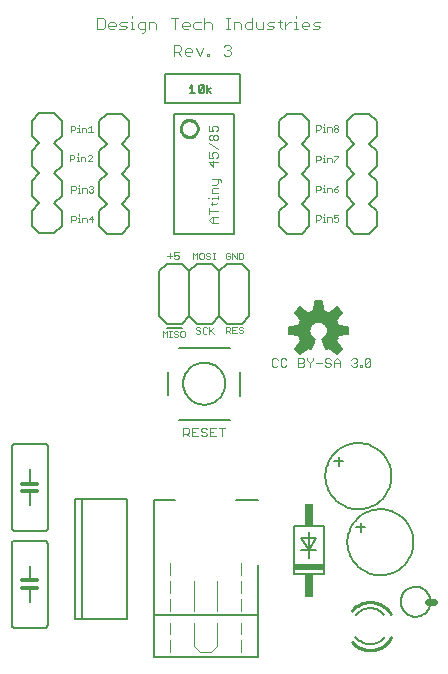
<source format=gto>
G75*
G70*
%OFA0B0*%
%FSLAX24Y24*%
%IPPOS*%
%LPD*%
%AMOC8*
5,1,8,0,0,1.08239X$1,22.5*
%
%ADD10C,0.0030*%
%ADD11C,0.0020*%
%ADD12C,0.0080*%
%ADD13C,0.0100*%
%ADD14C,0.0050*%
%ADD15C,0.0240*%
%ADD16C,0.0060*%
%ADD17R,0.1000X0.0200*%
%ADD18R,0.0300X0.0750*%
%ADD19C,0.0120*%
%ADD20C,0.0040*%
%ADD21C,0.0059*%
D10*
X007466Y007984D02*
X007466Y008274D01*
X007611Y008274D01*
X007660Y008226D01*
X007660Y008129D01*
X007611Y008081D01*
X007466Y008081D01*
X007563Y008081D02*
X007660Y007984D01*
X007761Y007984D02*
X007954Y007984D01*
X008055Y008033D02*
X008104Y007984D01*
X008201Y007984D01*
X008249Y008033D01*
X008249Y008081D01*
X008201Y008129D01*
X008104Y008129D01*
X008055Y008178D01*
X008055Y008226D01*
X008104Y008274D01*
X008201Y008274D01*
X008249Y008226D01*
X008350Y008274D02*
X008350Y007984D01*
X008544Y007984D01*
X008447Y008129D02*
X008350Y008129D01*
X008350Y008274D02*
X008544Y008274D01*
X008645Y008274D02*
X008838Y008274D01*
X008742Y008274D02*
X008742Y007984D01*
X007954Y008274D02*
X007761Y008274D01*
X007761Y007984D01*
X007761Y008129D02*
X007858Y008129D01*
X010413Y010351D02*
X010461Y010302D01*
X010558Y010302D01*
X010607Y010351D01*
X010708Y010351D02*
X010756Y010302D01*
X010853Y010302D01*
X010901Y010351D01*
X010901Y010544D02*
X010853Y010592D01*
X010756Y010592D01*
X010708Y010544D01*
X010708Y010351D01*
X010607Y010544D02*
X010558Y010592D01*
X010461Y010592D01*
X010413Y010544D01*
X010413Y010351D01*
X011297Y010302D02*
X011442Y010302D01*
X011491Y010351D01*
X011491Y010399D01*
X011442Y010447D01*
X011297Y010447D01*
X011297Y010302D02*
X011297Y010592D01*
X011442Y010592D01*
X011491Y010544D01*
X011491Y010496D01*
X011442Y010447D01*
X011592Y010544D02*
X011592Y010592D01*
X011592Y010544D02*
X011688Y010447D01*
X011688Y010302D01*
X011688Y010447D02*
X011785Y010544D01*
X011785Y010592D01*
X011886Y010447D02*
X012080Y010447D01*
X012181Y010496D02*
X012229Y010447D01*
X012326Y010447D01*
X012374Y010399D01*
X012374Y010351D01*
X012326Y010302D01*
X012229Y010302D01*
X012181Y010351D01*
X012181Y010496D02*
X012181Y010544D01*
X012229Y010592D01*
X012326Y010592D01*
X012374Y010544D01*
X012476Y010496D02*
X012572Y010592D01*
X012669Y010496D01*
X012669Y010302D01*
X012669Y010447D02*
X012476Y010447D01*
X012476Y010496D02*
X012476Y010302D01*
X013065Y010351D02*
X013113Y010302D01*
X013210Y010302D01*
X013258Y010351D01*
X013258Y010399D01*
X013210Y010447D01*
X013162Y010447D01*
X013210Y010447D02*
X013258Y010496D01*
X013258Y010544D01*
X013210Y010592D01*
X013113Y010592D01*
X013065Y010544D01*
X013360Y010351D02*
X013360Y010302D01*
X013408Y010302D01*
X013408Y010351D01*
X013360Y010351D01*
X013507Y010351D02*
X013555Y010302D01*
X013652Y010302D01*
X013700Y010351D01*
X013700Y010544D01*
X013507Y010351D01*
X013507Y010544D01*
X013555Y010592D01*
X013652Y010592D01*
X013700Y010544D01*
X008707Y016477D02*
X008707Y016525D01*
X008659Y016574D01*
X008417Y016574D01*
X008611Y016574D02*
X008611Y016429D01*
X008562Y016380D01*
X008417Y016380D01*
X008465Y016279D02*
X008611Y016279D01*
X008465Y016279D02*
X008417Y016231D01*
X008417Y016086D01*
X008611Y016086D01*
X008611Y015986D02*
X008611Y015889D01*
X008611Y015938D02*
X008417Y015938D01*
X008417Y015889D01*
X008417Y015789D02*
X008417Y015693D01*
X008369Y015741D02*
X008562Y015741D01*
X008611Y015789D01*
X008611Y015495D02*
X008320Y015495D01*
X008320Y015398D02*
X008320Y015592D01*
X008417Y015297D02*
X008611Y015297D01*
X008465Y015297D02*
X008465Y015103D01*
X008417Y015103D02*
X008320Y015200D01*
X008417Y015297D01*
X008417Y015103D02*
X008611Y015103D01*
X008320Y015938D02*
X008272Y015938D01*
X008465Y016970D02*
X008465Y017163D01*
X008465Y017264D02*
X008417Y017361D01*
X008417Y017409D01*
X008465Y017458D01*
X008562Y017458D01*
X008611Y017409D01*
X008611Y017313D01*
X008562Y017264D01*
X008465Y017264D02*
X008320Y017264D01*
X008320Y017458D01*
X008320Y017752D02*
X008611Y017559D01*
X008611Y017115D02*
X008320Y017115D01*
X008465Y016970D01*
X008417Y017854D02*
X008369Y017854D01*
X008320Y017902D01*
X008320Y017999D01*
X008369Y018047D01*
X008417Y018047D01*
X008465Y017999D01*
X008465Y017902D01*
X008417Y017854D01*
X008465Y017902D02*
X008514Y017854D01*
X008562Y017854D01*
X008611Y017902D01*
X008611Y017999D01*
X008562Y018047D01*
X008514Y018047D01*
X008465Y017999D01*
X008465Y018148D02*
X008417Y018245D01*
X008417Y018293D01*
X008465Y018342D01*
X008562Y018342D01*
X008611Y018293D01*
X008611Y018197D01*
X008562Y018148D01*
X008465Y018148D02*
X008320Y018148D01*
X008320Y018342D01*
X008315Y020671D02*
X008253Y020671D01*
X008253Y020733D01*
X008315Y020733D01*
X008315Y020671D01*
X008008Y020671D02*
X008131Y020918D01*
X007885Y020918D02*
X008008Y020671D01*
X007763Y020794D02*
X007516Y020794D01*
X007516Y020733D02*
X007516Y020856D01*
X007578Y020918D01*
X007701Y020918D01*
X007763Y020856D01*
X007763Y020794D01*
X007701Y020671D02*
X007578Y020671D01*
X007516Y020733D01*
X007395Y020671D02*
X007271Y020794D01*
X007333Y020794D02*
X007148Y020794D01*
X007148Y020671D02*
X007148Y021041D01*
X007333Y021041D01*
X007395Y020980D01*
X007395Y020856D01*
X007333Y020794D01*
X007483Y021558D02*
X007421Y021620D01*
X007421Y021743D01*
X007483Y021805D01*
X007606Y021805D01*
X007668Y021743D01*
X007668Y021681D01*
X007421Y021681D01*
X007483Y021558D02*
X007606Y021558D01*
X007789Y021620D02*
X007789Y021743D01*
X007851Y021805D01*
X008036Y021805D01*
X008158Y021743D02*
X008219Y021805D01*
X008343Y021805D01*
X008405Y021743D01*
X008405Y021558D01*
X008158Y021558D02*
X008158Y021928D01*
X008036Y021558D02*
X007851Y021558D01*
X007789Y021620D01*
X007300Y021928D02*
X007053Y021928D01*
X007176Y021928D02*
X007176Y021558D01*
X006563Y021558D02*
X006563Y021743D01*
X006501Y021805D01*
X006316Y021805D01*
X006316Y021558D01*
X006195Y021558D02*
X006009Y021558D01*
X005948Y021620D01*
X005948Y021743D01*
X006009Y021805D01*
X006195Y021805D01*
X006195Y021496D01*
X006133Y021434D01*
X006071Y021434D01*
X005826Y021558D02*
X005702Y021558D01*
X005764Y021558D02*
X005764Y021805D01*
X005702Y021805D01*
X005581Y021805D02*
X005396Y021805D01*
X005334Y021743D01*
X005396Y021681D01*
X005519Y021681D01*
X005581Y021620D01*
X005519Y021558D01*
X005334Y021558D01*
X005212Y021681D02*
X004966Y021681D01*
X004966Y021620D02*
X004966Y021743D01*
X005027Y021805D01*
X005151Y021805D01*
X005212Y021743D01*
X005212Y021681D01*
X005151Y021558D02*
X005027Y021558D01*
X004966Y021620D01*
X004844Y021620D02*
X004844Y021866D01*
X004782Y021928D01*
X004597Y021928D01*
X004597Y021558D01*
X004782Y021558D01*
X004844Y021620D01*
X005764Y021928D02*
X005764Y021990D01*
X008805Y020980D02*
X008867Y021041D01*
X008990Y021041D01*
X009052Y020980D01*
X009052Y020918D01*
X008990Y020856D01*
X009052Y020794D01*
X009052Y020733D01*
X008990Y020671D01*
X008867Y020671D01*
X008805Y020733D01*
X008929Y020856D02*
X008990Y020856D01*
X009018Y021558D02*
X008894Y021558D01*
X008956Y021558D02*
X008956Y021928D01*
X008894Y021928D02*
X009018Y021928D01*
X009140Y021805D02*
X009325Y021805D01*
X009387Y021743D01*
X009387Y021558D01*
X009508Y021620D02*
X009508Y021743D01*
X009570Y021805D01*
X009755Y021805D01*
X009876Y021805D02*
X009876Y021620D01*
X009938Y021558D01*
X010123Y021558D01*
X010123Y021805D01*
X010245Y021743D02*
X010306Y021805D01*
X010492Y021805D01*
X010613Y021805D02*
X010737Y021805D01*
X010675Y021866D02*
X010675Y021620D01*
X010737Y021558D01*
X010859Y021558D02*
X010859Y021805D01*
X010982Y021805D02*
X010859Y021681D01*
X010982Y021805D02*
X011044Y021805D01*
X011166Y021805D02*
X011227Y021805D01*
X011227Y021558D01*
X011166Y021558D02*
X011289Y021558D01*
X011411Y021620D02*
X011411Y021743D01*
X011473Y021805D01*
X011596Y021805D01*
X011658Y021743D01*
X011658Y021681D01*
X011411Y021681D01*
X011411Y021620D02*
X011473Y021558D01*
X011596Y021558D01*
X011779Y021558D02*
X011965Y021558D01*
X012026Y021620D01*
X011965Y021681D01*
X011841Y021681D01*
X011779Y021743D01*
X011841Y021805D01*
X012026Y021805D01*
X011227Y021928D02*
X011227Y021990D01*
X010492Y021620D02*
X010430Y021681D01*
X010306Y021681D01*
X010245Y021743D01*
X010245Y021558D02*
X010430Y021558D01*
X010492Y021620D01*
X009755Y021558D02*
X009570Y021558D01*
X009508Y021620D01*
X009755Y021558D02*
X009755Y021928D01*
X009140Y021805D02*
X009140Y021558D01*
D11*
X011889Y018360D02*
X011889Y018139D01*
X011889Y018213D02*
X011999Y018213D01*
X012036Y018249D01*
X012036Y018323D01*
X011999Y018360D01*
X011889Y018360D01*
X012110Y018286D02*
X012147Y018286D01*
X012147Y018139D01*
X012110Y018139D02*
X012184Y018139D01*
X012258Y018139D02*
X012258Y018286D01*
X012368Y018286D01*
X012404Y018249D01*
X012404Y018139D01*
X012479Y018176D02*
X012479Y018213D01*
X012515Y018249D01*
X012589Y018249D01*
X012625Y018213D01*
X012625Y018176D01*
X012589Y018139D01*
X012515Y018139D01*
X012479Y018176D01*
X012515Y018249D02*
X012479Y018286D01*
X012479Y018323D01*
X012515Y018360D01*
X012589Y018360D01*
X012625Y018323D01*
X012625Y018286D01*
X012589Y018249D01*
X012147Y018360D02*
X012147Y018396D01*
X012147Y017381D02*
X012147Y017344D01*
X012147Y017271D02*
X012147Y017124D01*
X012110Y017124D02*
X012184Y017124D01*
X012258Y017124D02*
X012258Y017271D01*
X012368Y017271D01*
X012404Y017234D01*
X012404Y017124D01*
X012479Y017124D02*
X012479Y017161D01*
X012625Y017308D01*
X012625Y017344D01*
X012479Y017344D01*
X012147Y017271D02*
X012110Y017271D01*
X012036Y017308D02*
X012036Y017234D01*
X011999Y017197D01*
X011889Y017197D01*
X011889Y017124D02*
X011889Y017344D01*
X011999Y017344D01*
X012036Y017308D01*
X012147Y016381D02*
X012147Y016345D01*
X012147Y016271D02*
X012147Y016124D01*
X012110Y016124D02*
X012184Y016124D01*
X012258Y016124D02*
X012258Y016271D01*
X012368Y016271D01*
X012404Y016235D01*
X012404Y016124D01*
X012479Y016161D02*
X012515Y016124D01*
X012589Y016124D01*
X012625Y016161D01*
X012625Y016198D01*
X012589Y016235D01*
X012479Y016235D01*
X012479Y016161D01*
X012479Y016235D02*
X012552Y016308D01*
X012625Y016345D01*
X012147Y016271D02*
X012110Y016271D01*
X012036Y016235D02*
X011999Y016198D01*
X011889Y016198D01*
X011889Y016124D02*
X011889Y016345D01*
X011999Y016345D01*
X012036Y016308D01*
X012036Y016235D01*
X012147Y015397D02*
X012147Y015361D01*
X012147Y015287D02*
X012147Y015140D01*
X012110Y015140D02*
X012184Y015140D01*
X012258Y015140D02*
X012258Y015287D01*
X012368Y015287D01*
X012404Y015250D01*
X012404Y015140D01*
X012479Y015177D02*
X012515Y015140D01*
X012589Y015140D01*
X012625Y015177D01*
X012625Y015250D01*
X012589Y015287D01*
X012552Y015287D01*
X012479Y015250D01*
X012479Y015361D01*
X012625Y015361D01*
X012147Y015287D02*
X012110Y015287D01*
X012036Y015250D02*
X011999Y015214D01*
X011889Y015214D01*
X011889Y015140D02*
X011889Y015361D01*
X011999Y015361D01*
X012036Y015324D01*
X012036Y015250D01*
X009464Y014075D02*
X009464Y013929D01*
X009428Y013892D01*
X009318Y013892D01*
X009318Y014112D01*
X009428Y014112D01*
X009464Y014075D01*
X009243Y014112D02*
X009243Y013892D01*
X009097Y014112D01*
X009097Y013892D01*
X009022Y013929D02*
X009022Y014002D01*
X008949Y014002D01*
X008876Y014075D02*
X008876Y013929D01*
X008912Y013892D01*
X008986Y013892D01*
X009022Y013929D01*
X009022Y014075D02*
X008986Y014112D01*
X008912Y014112D01*
X008876Y014075D01*
X008513Y014105D02*
X008440Y014105D01*
X008477Y014105D02*
X008477Y013884D01*
X008513Y013884D02*
X008440Y013884D01*
X008366Y013921D02*
X008329Y013884D01*
X008256Y013884D01*
X008219Y013921D01*
X008145Y013921D02*
X008145Y014068D01*
X008108Y014105D01*
X008035Y014105D01*
X007998Y014068D01*
X007998Y013921D01*
X008035Y013884D01*
X008108Y013884D01*
X008145Y013921D01*
X008219Y014031D02*
X008256Y013995D01*
X008329Y013995D01*
X008366Y013958D01*
X008366Y013921D01*
X008366Y014068D02*
X008329Y014105D01*
X008256Y014105D01*
X008219Y014068D01*
X008219Y014031D01*
X007924Y014105D02*
X007924Y013884D01*
X007777Y013884D02*
X007777Y014105D01*
X007850Y014031D01*
X007924Y014105D01*
X007302Y014120D02*
X007155Y014120D01*
X007155Y014010D01*
X007228Y014046D01*
X007265Y014046D01*
X007302Y014010D01*
X007302Y013936D01*
X007265Y013899D01*
X007192Y013899D01*
X007155Y013936D01*
X007081Y014010D02*
X006934Y014010D01*
X007007Y014083D02*
X007007Y013936D01*
X007919Y011628D02*
X007882Y011591D01*
X007882Y011554D01*
X007919Y011518D01*
X007992Y011518D01*
X008029Y011481D01*
X008029Y011444D01*
X007992Y011408D01*
X007919Y011408D01*
X007882Y011444D01*
X007919Y011628D02*
X007992Y011628D01*
X008029Y011591D01*
X008103Y011591D02*
X008103Y011444D01*
X008140Y011408D01*
X008213Y011408D01*
X008250Y011444D01*
X008324Y011408D02*
X008324Y011628D01*
X008250Y011591D02*
X008213Y011628D01*
X008140Y011628D01*
X008103Y011591D01*
X008324Y011481D02*
X008471Y011628D01*
X008361Y011518D02*
X008471Y011408D01*
X008876Y011415D02*
X008876Y011635D01*
X008986Y011635D01*
X009022Y011599D01*
X009022Y011525D01*
X008986Y011488D01*
X008876Y011488D01*
X008949Y011488D02*
X009022Y011415D01*
X009097Y011415D02*
X009243Y011415D01*
X009318Y011452D02*
X009354Y011415D01*
X009428Y011415D01*
X009464Y011452D01*
X009464Y011488D01*
X009428Y011525D01*
X009354Y011525D01*
X009318Y011562D01*
X009318Y011599D01*
X009354Y011635D01*
X009428Y011635D01*
X009464Y011599D01*
X009243Y011635D02*
X009097Y011635D01*
X009097Y011415D01*
X009097Y011525D02*
X009170Y011525D01*
X007512Y011471D02*
X007475Y011507D01*
X007402Y011507D01*
X007365Y011471D01*
X007365Y011324D01*
X007402Y011287D01*
X007475Y011287D01*
X007512Y011324D01*
X007512Y011471D01*
X007291Y011471D02*
X007254Y011507D01*
X007181Y011507D01*
X007144Y011471D01*
X007144Y011434D01*
X007181Y011397D01*
X007254Y011397D01*
X007291Y011360D01*
X007291Y011324D01*
X007254Y011287D01*
X007181Y011287D01*
X007144Y011324D01*
X007070Y011287D02*
X006997Y011287D01*
X007034Y011287D02*
X007034Y011507D01*
X007070Y011507D02*
X006997Y011507D01*
X006923Y011507D02*
X006923Y011287D01*
X006776Y011287D02*
X006776Y011507D01*
X006849Y011434D01*
X006923Y011507D01*
X004427Y015125D02*
X004427Y015345D01*
X004317Y015235D01*
X004464Y015235D01*
X004243Y015235D02*
X004243Y015125D01*
X004243Y015235D02*
X004206Y015272D01*
X004096Y015272D01*
X004096Y015125D01*
X004022Y015125D02*
X003949Y015125D01*
X003985Y015125D02*
X003985Y015272D01*
X003949Y015272D01*
X003985Y015345D02*
X003985Y015382D01*
X003874Y015308D02*
X003874Y015235D01*
X003838Y015198D01*
X003728Y015198D01*
X003728Y015125D02*
X003728Y015345D01*
X003838Y015345D01*
X003874Y015308D01*
X003951Y016111D02*
X004024Y016111D01*
X003987Y016111D02*
X003987Y016258D01*
X003951Y016258D01*
X003987Y016332D02*
X003987Y016368D01*
X003876Y016295D02*
X003876Y016222D01*
X003840Y016185D01*
X003730Y016185D01*
X003730Y016111D02*
X003730Y016332D01*
X003840Y016332D01*
X003876Y016295D01*
X004098Y016258D02*
X004098Y016111D01*
X004245Y016111D02*
X004245Y016222D01*
X004208Y016258D01*
X004098Y016258D01*
X004319Y016295D02*
X004356Y016332D01*
X004429Y016332D01*
X004466Y016295D01*
X004466Y016258D01*
X004429Y016222D01*
X004466Y016185D01*
X004466Y016148D01*
X004429Y016111D01*
X004356Y016111D01*
X004319Y016148D01*
X004392Y016222D02*
X004429Y016222D01*
X004421Y017158D02*
X004275Y017158D01*
X004421Y017305D01*
X004421Y017341D01*
X004385Y017378D01*
X004311Y017378D01*
X004275Y017341D01*
X004200Y017268D02*
X004200Y017158D01*
X004200Y017268D02*
X004164Y017305D01*
X004054Y017305D01*
X004054Y017158D01*
X003980Y017158D02*
X003906Y017158D01*
X003943Y017158D02*
X003943Y017305D01*
X003906Y017305D01*
X003943Y017378D02*
X003943Y017415D01*
X003832Y017341D02*
X003832Y017268D01*
X003795Y017231D01*
X003685Y017231D01*
X003685Y017158D02*
X003685Y017378D01*
X003795Y017378D01*
X003832Y017341D01*
X003933Y018124D02*
X004006Y018124D01*
X003970Y018124D02*
X003970Y018271D01*
X003933Y018271D01*
X003970Y018344D02*
X003970Y018381D01*
X003859Y018307D02*
X003859Y018234D01*
X003822Y018197D01*
X003712Y018197D01*
X003712Y018124D02*
X003712Y018344D01*
X003822Y018344D01*
X003859Y018307D01*
X004080Y018271D02*
X004190Y018271D01*
X004227Y018234D01*
X004227Y018124D01*
X004301Y018124D02*
X004448Y018124D01*
X004375Y018124D02*
X004375Y018344D01*
X004301Y018271D01*
X004080Y018271D02*
X004080Y018124D01*
D12*
X004657Y017995D02*
X004657Y018495D01*
X004907Y018745D01*
X005407Y018745D01*
X005657Y018495D01*
X005657Y017995D01*
X005407Y017745D01*
X005657Y017495D01*
X005657Y016995D01*
X005407Y016745D01*
X005657Y016495D01*
X005657Y015995D01*
X005407Y015745D01*
X005657Y015495D01*
X005657Y014995D01*
X005407Y014745D01*
X004907Y014745D01*
X004657Y014995D01*
X004657Y015495D01*
X004907Y015745D01*
X004657Y015995D01*
X004657Y016495D01*
X004907Y016745D01*
X004657Y016995D01*
X004657Y017495D01*
X004907Y017745D01*
X004657Y017995D01*
X003414Y018002D02*
X003164Y017752D01*
X003414Y017502D01*
X003414Y017002D01*
X003164Y016752D01*
X003414Y016502D01*
X003414Y016002D01*
X003164Y015752D01*
X003414Y015502D01*
X003414Y015002D01*
X003164Y014752D01*
X002664Y014752D01*
X002414Y015002D01*
X002414Y015502D01*
X002664Y015752D01*
X002414Y016002D01*
X002414Y016502D01*
X002664Y016752D01*
X002414Y017002D01*
X002414Y017502D01*
X002664Y017752D01*
X002414Y018002D01*
X002414Y018502D01*
X002664Y018752D01*
X003164Y018752D01*
X003414Y018502D01*
X003414Y018002D01*
X006907Y013745D02*
X006657Y013495D01*
X006657Y011995D01*
X006907Y011745D01*
X007407Y011745D01*
X007657Y011995D01*
X007657Y013495D01*
X007907Y013745D01*
X008407Y013745D01*
X008657Y013495D01*
X008657Y011995D01*
X008907Y011745D01*
X009407Y011745D01*
X009657Y011995D01*
X009657Y013495D01*
X009407Y013745D01*
X008907Y013745D01*
X008657Y013495D01*
X009157Y014745D02*
X007157Y014745D01*
X007157Y018745D01*
X007557Y018745D01*
X007757Y018745D01*
X007557Y018745D02*
X009157Y018745D01*
X009157Y014745D01*
X007657Y013495D02*
X007407Y013745D01*
X006907Y013745D01*
X007657Y011995D02*
X007907Y011745D01*
X008407Y011745D01*
X008657Y011995D01*
X009007Y010945D02*
X007307Y010945D01*
X007407Y011613D02*
X006907Y011613D01*
X006957Y010145D02*
X006957Y009352D01*
X007307Y008545D02*
X009007Y008545D01*
X009357Y009340D02*
X009357Y010145D01*
X007457Y009745D02*
X007459Y009797D01*
X007465Y009849D01*
X007475Y009901D01*
X007488Y009951D01*
X007505Y010001D01*
X007526Y010049D01*
X007551Y010095D01*
X007579Y010139D01*
X007610Y010181D01*
X007644Y010221D01*
X007681Y010258D01*
X007721Y010292D01*
X007763Y010323D01*
X007807Y010351D01*
X007853Y010376D01*
X007901Y010397D01*
X007951Y010414D01*
X008001Y010427D01*
X008053Y010437D01*
X008105Y010443D01*
X008157Y010445D01*
X008209Y010443D01*
X008261Y010437D01*
X008313Y010427D01*
X008363Y010414D01*
X008413Y010397D01*
X008461Y010376D01*
X008507Y010351D01*
X008551Y010323D01*
X008593Y010292D01*
X008633Y010258D01*
X008670Y010221D01*
X008704Y010181D01*
X008735Y010139D01*
X008763Y010095D01*
X008788Y010049D01*
X008809Y010001D01*
X008826Y009951D01*
X008839Y009901D01*
X008849Y009849D01*
X008855Y009797D01*
X008857Y009745D01*
X008855Y009693D01*
X008849Y009641D01*
X008839Y009589D01*
X008826Y009539D01*
X008809Y009489D01*
X008788Y009441D01*
X008763Y009395D01*
X008735Y009351D01*
X008704Y009309D01*
X008670Y009269D01*
X008633Y009232D01*
X008593Y009198D01*
X008551Y009167D01*
X008507Y009139D01*
X008461Y009114D01*
X008413Y009093D01*
X008363Y009076D01*
X008313Y009063D01*
X008261Y009053D01*
X008209Y009047D01*
X008157Y009045D01*
X008105Y009047D01*
X008053Y009053D01*
X008001Y009063D01*
X007951Y009076D01*
X007901Y009093D01*
X007853Y009114D01*
X007807Y009139D01*
X007763Y009167D01*
X007721Y009198D01*
X007681Y009232D01*
X007644Y009269D01*
X007610Y009309D01*
X007579Y009351D01*
X007551Y009395D01*
X007526Y009441D01*
X007505Y009489D01*
X007488Y009539D01*
X007475Y009589D01*
X007465Y009641D01*
X007459Y009693D01*
X007457Y009745D01*
X007179Y005876D02*
X006470Y005876D01*
X006470Y002018D01*
X009935Y002018D01*
X009935Y000640D02*
X009935Y003710D01*
X009935Y005876D02*
X009226Y005876D01*
X006470Y002018D02*
X006470Y000640D01*
X009935Y000640D01*
X005587Y001890D02*
X004087Y001890D01*
X004087Y005890D01*
X005587Y005890D01*
X005587Y001890D01*
X004087Y001890D02*
X003837Y001890D01*
X003837Y005890D01*
X004087Y005890D01*
X010907Y014745D02*
X010657Y014995D01*
X010657Y015495D01*
X010907Y015745D01*
X010657Y015995D01*
X010657Y016495D01*
X010907Y016745D01*
X010657Y016995D01*
X010657Y017495D01*
X010907Y017745D01*
X010657Y017995D01*
X010657Y018495D01*
X010907Y018745D01*
X011407Y018745D01*
X011657Y018495D01*
X011657Y017995D01*
X011407Y017745D01*
X011657Y017495D01*
X011657Y016995D01*
X011407Y016745D01*
X011657Y016495D01*
X011657Y015995D01*
X011407Y015745D01*
X011657Y015495D01*
X011657Y014995D01*
X011407Y014745D01*
X010907Y014745D01*
X012902Y014982D02*
X012902Y015482D01*
X013152Y015732D01*
X012902Y015982D01*
X012902Y016482D01*
X013152Y016732D01*
X012902Y016982D01*
X012902Y017482D01*
X013152Y017732D01*
X012902Y017982D01*
X012902Y018482D01*
X013152Y018732D01*
X013652Y018732D01*
X013902Y018482D01*
X013902Y017982D01*
X013652Y017732D01*
X013902Y017482D01*
X013902Y016982D01*
X013652Y016732D01*
X013902Y016482D01*
X013902Y015982D01*
X013652Y015732D01*
X013902Y015482D01*
X013902Y014982D01*
X013652Y014732D01*
X013152Y014732D01*
X012902Y014982D01*
X009335Y019108D02*
X009335Y020053D01*
X006855Y020053D01*
X006855Y019108D01*
X009335Y019108D01*
D13*
X007374Y018245D02*
X007376Y018278D01*
X007382Y018311D01*
X007392Y018344D01*
X007405Y018374D01*
X007422Y018403D01*
X007443Y018430D01*
X007466Y018454D01*
X007492Y018475D01*
X007520Y018493D01*
X007551Y018507D01*
X007582Y018518D01*
X007615Y018525D01*
X007649Y018528D01*
X007682Y018527D01*
X007715Y018522D01*
X007748Y018513D01*
X007779Y018500D01*
X007808Y018484D01*
X007835Y018465D01*
X007860Y018442D01*
X007882Y018417D01*
X007901Y018389D01*
X007916Y018359D01*
X007928Y018328D01*
X007936Y018295D01*
X007940Y018262D01*
X007940Y018228D01*
X007936Y018195D01*
X007928Y018162D01*
X007916Y018131D01*
X007901Y018101D01*
X007882Y018073D01*
X007860Y018048D01*
X007835Y018025D01*
X007808Y018006D01*
X007779Y017990D01*
X007748Y017977D01*
X007715Y017968D01*
X007682Y017963D01*
X007649Y017962D01*
X007615Y017965D01*
X007582Y017972D01*
X007551Y017983D01*
X007520Y017997D01*
X007492Y018015D01*
X007466Y018036D01*
X007443Y018060D01*
X007422Y018087D01*
X007405Y018116D01*
X007392Y018146D01*
X007382Y018179D01*
X007376Y018212D01*
X007374Y018245D01*
X014392Y001283D02*
X014365Y001236D01*
X014335Y001191D01*
X014302Y001148D01*
X014266Y001108D01*
X014227Y001070D01*
X014186Y001035D01*
X014143Y001002D01*
X014098Y000973D01*
X014050Y000947D01*
X014001Y000924D01*
X013951Y000904D01*
X013900Y000888D01*
X013847Y000875D01*
X013794Y000866D01*
X013740Y000861D01*
X013686Y000859D01*
X014382Y002056D02*
X014352Y002104D01*
X014319Y002149D01*
X014283Y002192D01*
X014245Y002233D01*
X014203Y002270D01*
X014159Y002305D01*
X014113Y002336D01*
X014064Y002365D01*
X014014Y002389D01*
X013962Y002410D01*
X013908Y002428D01*
X013854Y002441D01*
X013799Y002451D01*
X013743Y002457D01*
X013687Y002459D01*
X013634Y002457D01*
X013580Y002452D01*
X013528Y002443D01*
X013476Y002431D01*
X013425Y002415D01*
X013375Y002396D01*
X013326Y002373D01*
X013279Y002347D01*
X013234Y002319D01*
X013191Y002287D01*
X013151Y002253D01*
X013112Y002215D01*
X013076Y002176D01*
X013072Y001147D02*
X013108Y001107D01*
X013147Y001069D01*
X013188Y001034D01*
X013231Y001002D01*
X013276Y000972D01*
X013323Y000946D01*
X013372Y000924D01*
X013423Y000904D01*
X013474Y000888D01*
X013526Y000875D01*
X013580Y000866D01*
X013633Y000861D01*
X013687Y000859D01*
D14*
X008398Y019425D02*
X008262Y019515D01*
X008398Y019605D01*
X008262Y019695D02*
X008262Y019425D01*
X008148Y019470D02*
X008103Y019425D01*
X008013Y019425D01*
X007968Y019470D01*
X008148Y019650D01*
X008148Y019470D01*
X008148Y019650D02*
X008103Y019695D01*
X008013Y019695D01*
X007968Y019650D01*
X007968Y019470D01*
X007853Y019425D02*
X007673Y019425D01*
X007763Y019425D02*
X007763Y019695D01*
X007673Y019605D01*
D15*
X015604Y002473D02*
X015804Y002473D01*
D16*
X001737Y001708D02*
X001737Y004408D01*
X001739Y004425D01*
X001743Y004442D01*
X001750Y004458D01*
X001760Y004472D01*
X001773Y004485D01*
X001787Y004495D01*
X001803Y004502D01*
X001820Y004506D01*
X001837Y004508D01*
X002837Y004508D01*
X002854Y004506D01*
X002871Y004502D01*
X002887Y004495D01*
X002901Y004485D01*
X002914Y004472D01*
X002924Y004458D01*
X002931Y004442D01*
X002935Y004425D01*
X002937Y004408D01*
X002937Y001708D01*
X002935Y001691D01*
X002931Y001674D01*
X002924Y001658D01*
X002914Y001644D01*
X002901Y001631D01*
X002887Y001621D01*
X002871Y001614D01*
X002854Y001610D01*
X002837Y001608D01*
X001837Y001608D01*
X001820Y001610D01*
X001803Y001614D01*
X001787Y001621D01*
X001773Y001631D01*
X001760Y001644D01*
X001750Y001658D01*
X001743Y001674D01*
X001739Y001691D01*
X001737Y001708D01*
X002337Y002458D02*
X002337Y002938D01*
X002337Y003188D02*
X002337Y003658D01*
X001851Y004838D02*
X002851Y004838D01*
X002868Y004840D01*
X002885Y004844D01*
X002901Y004851D01*
X002915Y004861D01*
X002928Y004874D01*
X002938Y004888D01*
X002945Y004904D01*
X002949Y004921D01*
X002951Y004938D01*
X002951Y007638D01*
X002949Y007655D01*
X002945Y007672D01*
X002938Y007688D01*
X002928Y007702D01*
X002915Y007715D01*
X002901Y007725D01*
X002885Y007732D01*
X002868Y007736D01*
X002851Y007738D01*
X001851Y007738D01*
X001834Y007736D01*
X001817Y007732D01*
X001801Y007725D01*
X001787Y007715D01*
X001774Y007702D01*
X001764Y007688D01*
X001757Y007672D01*
X001753Y007655D01*
X001751Y007638D01*
X001751Y004938D01*
X001753Y004921D01*
X001757Y004904D01*
X001764Y004888D01*
X001774Y004874D01*
X001787Y004861D01*
X001801Y004851D01*
X001817Y004844D01*
X001834Y004840D01*
X001851Y004838D01*
X002351Y005688D02*
X002351Y006158D01*
X002351Y006408D02*
X002351Y006888D01*
X011140Y004989D02*
X011140Y003389D01*
X012140Y003389D01*
X012140Y004989D01*
X011140Y004989D01*
X011390Y004589D02*
X011640Y004189D01*
X011890Y004189D01*
X011640Y004189D02*
X011640Y004789D01*
X011390Y004589D02*
X011890Y004589D01*
X011640Y004189D01*
X011390Y004189D01*
X011640Y004189D02*
X011640Y003939D01*
X013232Y004956D02*
X013382Y004956D01*
X013382Y005106D01*
X013382Y004956D02*
X013532Y004956D01*
X013382Y004956D02*
X013382Y004806D01*
X012932Y004456D02*
X012934Y004522D01*
X012940Y004587D01*
X012950Y004652D01*
X012963Y004717D01*
X012981Y004780D01*
X013002Y004843D01*
X013027Y004903D01*
X013056Y004963D01*
X013088Y005020D01*
X013123Y005076D01*
X013162Y005129D01*
X013204Y005180D01*
X013248Y005228D01*
X013296Y005273D01*
X013346Y005316D01*
X013399Y005355D01*
X013454Y005392D01*
X013511Y005425D01*
X013570Y005454D01*
X013630Y005480D01*
X013692Y005502D01*
X013755Y005521D01*
X013819Y005535D01*
X013884Y005546D01*
X013950Y005553D01*
X014016Y005556D01*
X014081Y005555D01*
X014147Y005550D01*
X014212Y005541D01*
X014277Y005528D01*
X014340Y005512D01*
X014403Y005492D01*
X014464Y005467D01*
X014524Y005440D01*
X014582Y005409D01*
X014638Y005374D01*
X014692Y005336D01*
X014743Y005295D01*
X014792Y005251D01*
X014838Y005204D01*
X014882Y005155D01*
X014922Y005103D01*
X014959Y005048D01*
X014993Y004992D01*
X015023Y004933D01*
X015050Y004873D01*
X015073Y004812D01*
X015092Y004749D01*
X015108Y004685D01*
X015120Y004620D01*
X015128Y004555D01*
X015132Y004489D01*
X015132Y004423D01*
X015128Y004357D01*
X015120Y004292D01*
X015108Y004227D01*
X015092Y004163D01*
X015073Y004100D01*
X015050Y004039D01*
X015023Y003979D01*
X014993Y003920D01*
X014959Y003864D01*
X014922Y003809D01*
X014882Y003757D01*
X014838Y003708D01*
X014792Y003661D01*
X014743Y003617D01*
X014692Y003576D01*
X014638Y003538D01*
X014582Y003503D01*
X014524Y003472D01*
X014464Y003445D01*
X014403Y003420D01*
X014340Y003400D01*
X014277Y003384D01*
X014212Y003371D01*
X014147Y003362D01*
X014081Y003357D01*
X014016Y003356D01*
X013950Y003359D01*
X013884Y003366D01*
X013819Y003377D01*
X013755Y003391D01*
X013692Y003410D01*
X013630Y003432D01*
X013570Y003458D01*
X013511Y003487D01*
X013454Y003520D01*
X013399Y003557D01*
X013346Y003596D01*
X013296Y003639D01*
X013248Y003684D01*
X013204Y003732D01*
X013162Y003783D01*
X013123Y003836D01*
X013088Y003892D01*
X013056Y003949D01*
X013027Y004009D01*
X013002Y004069D01*
X012981Y004132D01*
X012963Y004195D01*
X012950Y004260D01*
X012940Y004325D01*
X012934Y004390D01*
X012932Y004456D01*
X012199Y006659D02*
X012201Y006725D01*
X012207Y006790D01*
X012217Y006855D01*
X012230Y006920D01*
X012248Y006983D01*
X012269Y007046D01*
X012294Y007106D01*
X012323Y007166D01*
X012355Y007223D01*
X012390Y007279D01*
X012429Y007332D01*
X012471Y007383D01*
X012515Y007431D01*
X012563Y007476D01*
X012613Y007519D01*
X012666Y007558D01*
X012721Y007595D01*
X012778Y007628D01*
X012837Y007657D01*
X012897Y007683D01*
X012959Y007705D01*
X013022Y007724D01*
X013086Y007738D01*
X013151Y007749D01*
X013217Y007756D01*
X013283Y007759D01*
X013348Y007758D01*
X013414Y007753D01*
X013479Y007744D01*
X013544Y007731D01*
X013607Y007715D01*
X013670Y007695D01*
X013731Y007670D01*
X013791Y007643D01*
X013849Y007612D01*
X013905Y007577D01*
X013959Y007539D01*
X014010Y007498D01*
X014059Y007454D01*
X014105Y007407D01*
X014149Y007358D01*
X014189Y007306D01*
X014226Y007251D01*
X014260Y007195D01*
X014290Y007136D01*
X014317Y007076D01*
X014340Y007015D01*
X014359Y006952D01*
X014375Y006888D01*
X014387Y006823D01*
X014395Y006758D01*
X014399Y006692D01*
X014399Y006626D01*
X014395Y006560D01*
X014387Y006495D01*
X014375Y006430D01*
X014359Y006366D01*
X014340Y006303D01*
X014317Y006242D01*
X014290Y006182D01*
X014260Y006123D01*
X014226Y006067D01*
X014189Y006012D01*
X014149Y005960D01*
X014105Y005911D01*
X014059Y005864D01*
X014010Y005820D01*
X013959Y005779D01*
X013905Y005741D01*
X013849Y005706D01*
X013791Y005675D01*
X013731Y005648D01*
X013670Y005623D01*
X013607Y005603D01*
X013544Y005587D01*
X013479Y005574D01*
X013414Y005565D01*
X013348Y005560D01*
X013283Y005559D01*
X013217Y005562D01*
X013151Y005569D01*
X013086Y005580D01*
X013022Y005594D01*
X012959Y005613D01*
X012897Y005635D01*
X012837Y005661D01*
X012778Y005690D01*
X012721Y005723D01*
X012666Y005760D01*
X012613Y005799D01*
X012563Y005842D01*
X012515Y005887D01*
X012471Y005935D01*
X012429Y005986D01*
X012390Y006039D01*
X012355Y006095D01*
X012323Y006152D01*
X012294Y006212D01*
X012269Y006272D01*
X012248Y006335D01*
X012230Y006398D01*
X012217Y006463D01*
X012207Y006528D01*
X012201Y006593D01*
X012199Y006659D01*
X012649Y007009D02*
X012649Y007159D01*
X012649Y007309D01*
X012649Y007159D02*
X012499Y007159D01*
X012649Y007159D02*
X012799Y007159D01*
X014704Y002473D02*
X014706Y002517D01*
X014712Y002561D01*
X014722Y002604D01*
X014735Y002646D01*
X014752Y002687D01*
X014773Y002726D01*
X014797Y002763D01*
X014824Y002798D01*
X014854Y002830D01*
X014887Y002860D01*
X014923Y002886D01*
X014960Y002910D01*
X015000Y002929D01*
X015041Y002946D01*
X015084Y002958D01*
X015127Y002967D01*
X015171Y002972D01*
X015215Y002973D01*
X015259Y002970D01*
X015303Y002963D01*
X015346Y002952D01*
X015388Y002938D01*
X015428Y002920D01*
X015467Y002898D01*
X015503Y002874D01*
X015537Y002846D01*
X015569Y002815D01*
X015598Y002781D01*
X015624Y002745D01*
X015646Y002707D01*
X015665Y002667D01*
X015680Y002625D01*
X015692Y002583D01*
X015700Y002539D01*
X015704Y002495D01*
X015704Y002451D01*
X015700Y002407D01*
X015692Y002363D01*
X015680Y002321D01*
X015665Y002279D01*
X015646Y002239D01*
X015624Y002201D01*
X015598Y002165D01*
X015569Y002131D01*
X015537Y002100D01*
X015503Y002072D01*
X015467Y002048D01*
X015428Y002026D01*
X015388Y002008D01*
X015346Y001994D01*
X015303Y001983D01*
X015259Y001976D01*
X015215Y001973D01*
X015171Y001974D01*
X015127Y001979D01*
X015084Y001988D01*
X015041Y002000D01*
X015000Y002017D01*
X014960Y002036D01*
X014923Y002060D01*
X014887Y002086D01*
X014854Y002116D01*
X014824Y002148D01*
X014797Y002183D01*
X014773Y002220D01*
X014752Y002259D01*
X014735Y002300D01*
X014722Y002342D01*
X014712Y002385D01*
X014706Y002429D01*
X014704Y002473D01*
X013687Y001059D02*
X013640Y001061D01*
X013592Y001067D01*
X013546Y001076D01*
X013500Y001089D01*
X013456Y001105D01*
X013412Y001126D01*
X013371Y001149D01*
X013332Y001175D01*
X013295Y001205D01*
X013260Y001238D01*
X013228Y001273D01*
X013199Y001310D01*
X013687Y002259D02*
X013732Y002257D01*
X013778Y002252D01*
X013822Y002244D01*
X013866Y002232D01*
X013909Y002216D01*
X013951Y002198D01*
X013991Y002176D01*
X014029Y002152D01*
X014065Y002125D01*
X014100Y002095D01*
X014131Y002062D01*
X014161Y002027D01*
X013687Y002259D02*
X013642Y002257D01*
X013596Y002252D01*
X013552Y002244D01*
X013508Y002232D01*
X013465Y002216D01*
X013423Y002198D01*
X013383Y002176D01*
X013345Y002152D01*
X013309Y002125D01*
X013274Y002095D01*
X013243Y002062D01*
X013213Y002027D01*
X013687Y001059D02*
X013733Y001061D01*
X013779Y001066D01*
X013825Y001075D01*
X013870Y001087D01*
X013913Y001103D01*
X013955Y001122D01*
X013996Y001145D01*
X014035Y001170D01*
X014071Y001198D01*
X014106Y001229D01*
X014138Y001263D01*
X014167Y001299D01*
D17*
X011640Y003639D03*
D18*
X011640Y003014D03*
X011640Y005364D03*
D19*
X002601Y006158D02*
X002351Y006158D01*
X002101Y006158D01*
X002101Y006408D02*
X002351Y006408D01*
X002601Y006408D01*
X002587Y003188D02*
X002337Y003188D01*
X002087Y003188D01*
X002087Y002938D02*
X002337Y002938D01*
X002587Y002938D01*
D20*
X007021Y002766D02*
X007021Y003159D01*
X007021Y003356D02*
X007021Y003750D01*
X007809Y003159D02*
X007809Y002175D01*
X007809Y001781D02*
X007809Y000994D01*
X008006Y000797D01*
X008399Y000797D01*
X008596Y000994D01*
X008596Y001781D01*
X008596Y002175D02*
X008596Y003159D01*
X009384Y003159D02*
X009384Y002766D01*
X009384Y002569D02*
X009384Y002175D01*
X009384Y001781D02*
X009384Y001388D01*
X009384Y001191D02*
X009384Y000797D01*
X009384Y003356D02*
X009384Y003750D01*
X007021Y002569D02*
X007021Y002175D01*
X007021Y001781D02*
X007021Y001388D01*
X007021Y001191D02*
X007021Y000797D01*
D21*
X011365Y010731D02*
X011613Y010933D01*
X011712Y010882D01*
X011853Y011223D01*
X011800Y011251D01*
X011754Y011289D01*
X011715Y011336D01*
X011687Y011389D01*
X011669Y011447D01*
X011664Y011507D01*
X011670Y011570D01*
X011689Y011630D01*
X011720Y011685D01*
X011762Y011732D01*
X011812Y011770D01*
X011870Y011797D01*
X011931Y011812D01*
X011994Y011814D01*
X012056Y011803D01*
X012115Y011779D01*
X012167Y011744D01*
X012212Y011699D01*
X012246Y011646D01*
X012268Y011587D01*
X012278Y011524D01*
X012275Y011461D01*
X012260Y011400D01*
X012232Y011343D01*
X012193Y011294D01*
X012144Y011253D01*
X012089Y011223D01*
X012230Y010882D01*
X012330Y010933D01*
X012577Y010731D01*
X012747Y010901D01*
X012545Y011148D01*
X012596Y011248D01*
X012630Y011355D01*
X012948Y011387D01*
X012948Y011627D01*
X012630Y011659D01*
X012596Y011766D01*
X012545Y011866D01*
X012747Y012113D01*
X012577Y012283D01*
X012330Y012081D01*
X012230Y012132D01*
X012123Y012166D01*
X012091Y012484D01*
X011851Y012484D01*
X011819Y012166D01*
X011712Y012132D01*
X011613Y012081D01*
X011365Y012283D01*
X011196Y012113D01*
X011397Y011866D01*
X011346Y011766D01*
X011312Y011659D01*
X010994Y011627D01*
X010994Y011387D01*
X011312Y011355D01*
X011346Y011248D01*
X011397Y011148D01*
X011196Y010901D01*
X011365Y010731D01*
X011337Y010759D02*
X011399Y010759D01*
X011470Y010817D02*
X011280Y010817D01*
X011222Y010874D02*
X011541Y010874D01*
X011611Y010932D02*
X011221Y010932D01*
X011268Y010989D02*
X011757Y010989D01*
X011733Y010932D02*
X011615Y010932D01*
X011781Y011047D02*
X011315Y011047D01*
X011362Y011105D02*
X011804Y011105D01*
X011828Y011162D02*
X011390Y011162D01*
X011361Y011220D02*
X011852Y011220D01*
X011769Y011277D02*
X011337Y011277D01*
X011318Y011335D02*
X011716Y011335D01*
X011686Y011392D02*
X010994Y011392D01*
X010994Y011450D02*
X011669Y011450D01*
X011664Y011507D02*
X010994Y011507D01*
X010994Y011565D02*
X011670Y011565D01*
X011687Y011623D02*
X010994Y011623D01*
X011267Y012025D02*
X012675Y012025D01*
X012628Y011968D02*
X011314Y011968D01*
X011361Y011910D02*
X012582Y011910D01*
X012552Y011853D02*
X011391Y011853D01*
X011361Y011795D02*
X011865Y011795D01*
X011769Y011738D02*
X011337Y011738D01*
X011319Y011680D02*
X011718Y011680D01*
X012074Y011795D02*
X012581Y011795D01*
X012605Y011738D02*
X012173Y011738D01*
X012224Y011680D02*
X012624Y011680D01*
X012624Y011335D02*
X012225Y011335D01*
X012256Y011392D02*
X012948Y011392D01*
X012948Y011450D02*
X012272Y011450D01*
X012277Y011507D02*
X012948Y011507D01*
X012948Y011565D02*
X012272Y011565D01*
X012255Y011623D02*
X012948Y011623D01*
X012606Y011277D02*
X012173Y011277D01*
X012090Y011220D02*
X012582Y011220D01*
X012552Y011162D02*
X012114Y011162D01*
X012138Y011105D02*
X012581Y011105D01*
X012628Y011047D02*
X012162Y011047D01*
X012186Y010989D02*
X012675Y010989D01*
X012722Y010932D02*
X012331Y010932D01*
X012327Y010932D02*
X012209Y010932D01*
X012402Y010874D02*
X012720Y010874D01*
X012663Y010817D02*
X012472Y010817D01*
X012543Y010759D02*
X012605Y010759D01*
X012722Y012083D02*
X012332Y012083D01*
X012325Y012083D02*
X011617Y012083D01*
X011610Y012083D02*
X011220Y012083D01*
X011223Y012141D02*
X011539Y012141D01*
X011469Y012198D02*
X011281Y012198D01*
X011338Y012256D02*
X011398Y012256D01*
X011739Y012141D02*
X012204Y012141D01*
X012120Y012198D02*
X011822Y012198D01*
X011828Y012256D02*
X012114Y012256D01*
X012108Y012313D02*
X011834Y012313D01*
X011840Y012371D02*
X012103Y012371D01*
X012097Y012428D02*
X011846Y012428D01*
X012403Y012141D02*
X012719Y012141D01*
X012662Y012198D02*
X012474Y012198D01*
X012544Y012256D02*
X012604Y012256D01*
M02*

</source>
